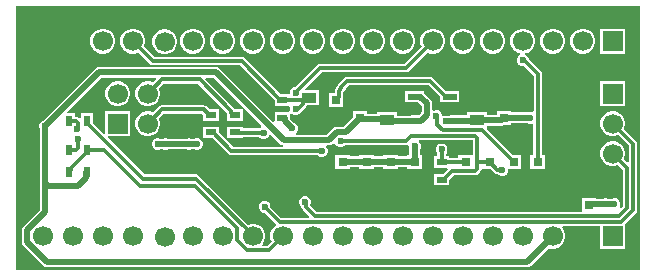
<source format=gbr>
%TF.GenerationSoftware,Altium Limited,Altium Designer,21.4.1 (30)*%
G04 Layer_Physical_Order=2*
G04 Layer_Color=16711680*
%FSLAX45Y45*%
%MOMM*%
%TF.SameCoordinates,7FD8979F-C22B-4491-80EA-6B84785AAA14*%
%TF.FilePolarity,Positive*%
%TF.FileFunction,Copper,L2,Bot,Signal*%
%TF.Part,Single*%
G01*
G75*
%TA.AperFunction,SMDPad,CuDef*%
%ADD15R,0.90000X0.60000*%
%ADD17R,0.80000X0.80000*%
%TA.AperFunction,Conductor*%
%ADD20C,0.30000*%
%ADD21C,0.50000*%
%TA.AperFunction,ComponentPad*%
%ADD22C,1.70000*%
%ADD23R,1.70000X1.70000*%
%ADD24R,1.70000X1.70000*%
%TA.AperFunction,ViaPad*%
%ADD25C,0.60000*%
%TA.AperFunction,SMDPad,CuDef*%
%ADD26R,0.80000X0.80000*%
%ADD27R,1.20000X0.56000*%
%ADD28R,0.60000X0.90000*%
%ADD29R,1.30000X0.90000*%
G36*
X5306736Y27261D02*
X23536D01*
Y2262461D01*
X5306736D01*
Y27261D01*
D02*
G37*
%LPC*%
G36*
X5185000Y2073500D02*
X4975000D01*
Y1863500D01*
X5185000D01*
Y2073500D01*
D02*
G37*
G36*
X4839823D02*
X4812177D01*
X4785472Y2066344D01*
X4761529Y2052521D01*
X4741979Y2032971D01*
X4728156Y2009028D01*
X4721000Y1982323D01*
Y1954677D01*
X4728156Y1927972D01*
X4741979Y1904029D01*
X4761529Y1884479D01*
X4785472Y1870656D01*
X4812177Y1863500D01*
X4839823D01*
X4866528Y1870656D01*
X4890471Y1884479D01*
X4910021Y1904029D01*
X4923844Y1927972D01*
X4931000Y1954677D01*
Y1982323D01*
X4923844Y2009028D01*
X4910021Y2032971D01*
X4890471Y2052521D01*
X4866528Y2066344D01*
X4839823Y2073500D01*
D02*
G37*
G36*
X4585823D02*
X4558177D01*
X4531472Y2066344D01*
X4507529Y2052521D01*
X4487979Y2032971D01*
X4474156Y2009028D01*
X4467000Y1982323D01*
Y1954677D01*
X4474156Y1927972D01*
X4487979Y1904029D01*
X4507529Y1884479D01*
X4531472Y1870656D01*
X4558177Y1863500D01*
X4585823D01*
X4612528Y1870656D01*
X4636471Y1884479D01*
X4656021Y1904029D01*
X4669844Y1927972D01*
X4677000Y1954677D01*
Y1982323D01*
X4669844Y2009028D01*
X4656021Y2032971D01*
X4636471Y2052521D01*
X4612528Y2066344D01*
X4585823Y2073500D01*
D02*
G37*
G36*
X4077823D02*
X4050177D01*
X4023472Y2066344D01*
X3999529Y2052521D01*
X3979979Y2032971D01*
X3966156Y2009028D01*
X3959000Y1982323D01*
Y1954677D01*
X3966156Y1927972D01*
X3979979Y1904029D01*
X3999529Y1884479D01*
X4023472Y1870656D01*
X4050177Y1863500D01*
X4077823D01*
X4104528Y1870656D01*
X4128471Y1884479D01*
X4148021Y1904029D01*
X4161844Y1927972D01*
X4169000Y1954677D01*
Y1982323D01*
X4161844Y2009028D01*
X4148021Y2032971D01*
X4128471Y2052521D01*
X4104528Y2066344D01*
X4077823Y2073500D01*
D02*
G37*
G36*
X3823823D02*
X3796177D01*
X3769472Y2066344D01*
X3745529Y2052521D01*
X3725979Y2032971D01*
X3712156Y2009028D01*
X3705000Y1982323D01*
Y1954677D01*
X3712156Y1927972D01*
X3725979Y1904029D01*
X3745529Y1884479D01*
X3769472Y1870656D01*
X3796177Y1863500D01*
X3823823D01*
X3850528Y1870656D01*
X3874471Y1884479D01*
X3894021Y1904029D01*
X3907844Y1927972D01*
X3915000Y1954677D01*
Y1982323D01*
X3907844Y2009028D01*
X3894021Y2032971D01*
X3874471Y2052521D01*
X3850528Y2066344D01*
X3823823Y2073500D01*
D02*
G37*
G36*
X4331823D02*
X4304177D01*
X4277472Y2066344D01*
X4253529Y2052521D01*
X4233979Y2032971D01*
X4220156Y2009028D01*
X4213000Y1982323D01*
Y1954677D01*
X4220156Y1927972D01*
X4233979Y1904029D01*
X4253529Y1884479D01*
X4277472Y1870656D01*
X4296618Y1865526D01*
X4297495Y1852142D01*
X4289677Y1848904D01*
X4275612Y1834839D01*
X4268000Y1816462D01*
Y1796570D01*
X4275612Y1778193D01*
X4289677Y1764128D01*
X4308054Y1756516D01*
X4327117D01*
X4410014Y1673619D01*
Y1375184D01*
X4397314Y1366698D01*
X4390646Y1369460D01*
X4370754D01*
X4360811Y1365341D01*
X4220520D01*
Y1379460D01*
X4100520D01*
Y1345341D01*
X4016920D01*
Y1364460D01*
X3846920D01*
Y1339341D01*
X3703920D01*
X3699488Y1338460D01*
X3636480D01*
Y1343446D01*
X3628868Y1361823D01*
X3614803Y1375888D01*
X3596426Y1383500D01*
X3576534D01*
X3564502Y1378516D01*
X3551802Y1386126D01*
Y1441099D01*
X3548309Y1458658D01*
X3538363Y1473543D01*
X3484003Y1527903D01*
X3480920Y1529963D01*
Y1546460D01*
X3320920D01*
Y1450460D01*
X3399488D01*
X3403920Y1449579D01*
X3432555D01*
X3460039Y1422095D01*
Y1363325D01*
X3436055Y1339341D01*
X3371920D01*
X3367488Y1338460D01*
X3320920D01*
Y1336341D01*
X3254920D01*
Y1364460D01*
X3084920D01*
Y1355341D01*
X3001320D01*
Y1379460D01*
X2881320D01*
Y1324346D01*
X2799069Y1242096D01*
X2743279D01*
X2725721Y1238603D01*
X2710836Y1228657D01*
X2659220Y1177041D01*
X2400902D01*
X2395992Y1189741D01*
X2406585Y1200334D01*
X2414197Y1218712D01*
Y1238603D01*
X2406585Y1256980D01*
X2392519Y1271045D01*
X2382577Y1275163D01*
X2346802Y1310939D01*
Y1314460D01*
X2345920Y1318893D01*
Y1354928D01*
X2358620Y1360189D01*
X2366197Y1352612D01*
X2384574Y1345000D01*
X2404466D01*
X2422843Y1352612D01*
X2436908Y1366677D01*
X2438473Y1370454D01*
X2446033Y1375506D01*
X2484753Y1414226D01*
X2491591Y1424460D01*
X2594520D01*
Y1554460D01*
X2482083D01*
X2477223Y1566193D01*
X2617354Y1706324D01*
X3329510D01*
X3343166Y1709041D01*
X3354744Y1716776D01*
X3511130Y1873163D01*
X3515472Y1870656D01*
X3542177Y1863500D01*
X3569823D01*
X3596528Y1870656D01*
X3620471Y1884479D01*
X3640021Y1904029D01*
X3653844Y1927972D01*
X3661000Y1954677D01*
Y1982323D01*
X3653844Y2009028D01*
X3640021Y2032971D01*
X3620471Y2052521D01*
X3596528Y2066344D01*
X3569823Y2073500D01*
X3542177D01*
X3515472Y2066344D01*
X3491529Y2052521D01*
X3471979Y2032971D01*
X3458156Y2009028D01*
X3451000Y1982323D01*
Y1954677D01*
X3458156Y1927972D01*
X3460663Y1923630D01*
X3314728Y1777696D01*
X2602572D01*
X2588916Y1774979D01*
X2577339Y1767244D01*
X2391155Y1581060D01*
X2384574D01*
X2366197Y1573448D01*
X2352132Y1559383D01*
X2344520Y1541006D01*
Y1521115D01*
X2343414Y1519460D01*
X2266387D01*
X1962293Y1823554D01*
X1950716Y1831289D01*
X1937060Y1834006D01*
X1200962D01*
X1111337Y1923630D01*
X1113844Y1927972D01*
X1121000Y1954677D01*
Y1982323D01*
X1113844Y2009028D01*
X1100021Y2032971D01*
X1080471Y2052521D01*
X1056528Y2066344D01*
X1029823Y2073500D01*
X1002177D01*
X975472Y2066344D01*
X951529Y2052521D01*
X931979Y2032971D01*
X918156Y2009028D01*
X911000Y1982323D01*
Y1954677D01*
X918156Y1927972D01*
X931979Y1904029D01*
X951529Y1884479D01*
X975472Y1870656D01*
X1002177Y1863500D01*
X1029823D01*
X1056528Y1870656D01*
X1060870Y1873163D01*
X1160946Y1773086D01*
X1172524Y1765351D01*
X1186180Y1762634D01*
X1922278D01*
X2215920Y1468992D01*
Y1419460D01*
X2336786D01*
X2345272Y1406760D01*
X2344520Y1404945D01*
Y1385054D01*
X2345719Y1382160D01*
X2337233Y1369460D01*
X2215920D01*
Y1288865D01*
X2204187Y1284005D01*
X1751749Y1736443D01*
X1736864Y1746389D01*
X1719306Y1749881D01*
X728661D01*
X711103Y1746389D01*
X696218Y1736443D01*
X253620Y1293845D01*
X243677Y1289727D01*
X229612Y1275661D01*
X222000Y1257284D01*
Y1237393D01*
X226118Y1227450D01*
Y773510D01*
Y538351D01*
X91558Y403791D01*
X81612Y388906D01*
X78119Y371347D01*
Y263653D01*
X81612Y246094D01*
X91558Y231209D01*
X256150Y66617D01*
X271035Y56671D01*
X288594Y53178D01*
X4353560D01*
X4371118Y56671D01*
X4386003Y66617D01*
X4537442Y218056D01*
X4558177Y212500D01*
X4585823D01*
X4612528Y219656D01*
X4636471Y233479D01*
X4656021Y253029D01*
X4669844Y276972D01*
X4677000Y303677D01*
Y331323D01*
X4669844Y358028D01*
X4656021Y381971D01*
X4648698Y389294D01*
X4653958Y401994D01*
X4975000D01*
Y212500D01*
X5185000D01*
Y420702D01*
X5275234Y510936D01*
X5282969Y522513D01*
X5285686Y536170D01*
Y1100000D01*
X5282969Y1113656D01*
X5275234Y1125234D01*
X5175337Y1225130D01*
X5177844Y1229472D01*
X5185000Y1256177D01*
Y1283823D01*
X5177844Y1310528D01*
X5164021Y1334471D01*
X5144471Y1354021D01*
X5120528Y1367844D01*
X5093823Y1375000D01*
X5066177D01*
X5039472Y1367844D01*
X5015529Y1354021D01*
X4995979Y1334471D01*
X4982156Y1310528D01*
X4975000Y1283823D01*
Y1256177D01*
X4982156Y1229472D01*
X4995979Y1205529D01*
X5015529Y1185979D01*
X5039472Y1172156D01*
X5066177Y1165000D01*
X5093823D01*
X5120528Y1172156D01*
X5124870Y1174663D01*
X5214314Y1085219D01*
Y948747D01*
X5202581Y943886D01*
X5175337Y971130D01*
X5177844Y975472D01*
X5185000Y1002177D01*
Y1029823D01*
X5177844Y1056528D01*
X5164021Y1080471D01*
X5144471Y1100021D01*
X5120528Y1113844D01*
X5093823Y1121000D01*
X5066177D01*
X5039472Y1113844D01*
X5015529Y1100021D01*
X4995979Y1080471D01*
X4982156Y1056528D01*
X4975000Y1029823D01*
Y1002177D01*
X4982156Y975472D01*
X4995979Y951529D01*
X5015529Y931979D01*
X5039472Y918156D01*
X5066177Y911000D01*
X5093823D01*
X5120528Y918156D01*
X5124870Y920663D01*
X5164314Y881218D01*
Y571662D01*
X5149172Y556519D01*
X5138405Y563713D01*
X5143823Y576794D01*
Y596686D01*
X5136211Y615063D01*
X5122146Y629128D01*
X5103769Y636740D01*
X5083878D01*
X5070869Y631352D01*
X5038483D01*
X5025474Y636740D01*
X5005583D01*
X4992574Y631352D01*
X4935600D01*
Y644200D01*
X4815600D01*
X4815600Y524200D01*
X4803246Y523366D01*
X2572355D01*
X2516534Y579187D01*
X2523960Y597114D01*
Y617006D01*
X2516348Y635383D01*
X2502283Y649448D01*
X2483906Y657060D01*
X2464014D01*
X2445637Y649448D01*
X2431572Y635383D01*
X2423960Y617006D01*
Y597114D01*
X2431572Y578737D01*
X2443424Y566885D01*
Y566144D01*
X2446140Y552488D01*
X2453876Y540911D01*
X2509687Y485099D01*
X2504827Y473366D01*
X2274042D01*
X2181006Y566403D01*
Y575881D01*
X2173394Y594258D01*
X2159328Y608323D01*
X2140951Y615935D01*
X2121060D01*
X2102683Y608323D01*
X2088618Y594258D01*
X2081006Y575881D01*
Y555990D01*
X2088618Y537613D01*
X2102683Y523547D01*
X2121060Y515935D01*
X2130538D01*
X2227082Y419392D01*
X2224993Y403520D01*
X2221529Y401521D01*
X2201979Y381971D01*
X2188156Y358028D01*
X2181000Y331323D01*
Y303677D01*
X2188156Y276972D01*
X2190663Y272630D01*
X2151218Y233186D01*
X2114138D01*
X2108878Y245886D01*
X2116021Y253029D01*
X2129844Y276972D01*
X2137000Y303677D01*
Y331323D01*
X2129844Y358028D01*
X2116021Y381971D01*
X2096471Y401521D01*
X2072528Y415344D01*
X2045823Y422500D01*
X2018177D01*
X1991757Y415421D01*
X1578370Y828807D01*
X1566793Y836543D01*
X1553137Y839259D01*
X1115247D01*
X801240Y1153267D01*
X806100Y1165000D01*
X994000D01*
Y1375000D01*
X784000D01*
Y1187100D01*
X772267Y1182240D01*
X676180Y1278327D01*
Y1357860D01*
X576180D01*
Y1317347D01*
X564447Y1312487D01*
X558840Y1318094D01*
X547263Y1325829D01*
X533606Y1328546D01*
X526180D01*
Y1357860D01*
X464001D01*
X459141Y1369593D01*
X747666Y1658118D01*
X1210058D01*
X1214918Y1646385D01*
X1187870Y1619337D01*
X1183528Y1621844D01*
X1156823Y1629000D01*
X1129177D01*
X1102472Y1621844D01*
X1078529Y1608021D01*
X1058979Y1588471D01*
X1045156Y1564528D01*
X1038000Y1537823D01*
Y1510177D01*
X1045156Y1483472D01*
X1058979Y1459529D01*
X1078529Y1439979D01*
X1102472Y1426156D01*
X1129177Y1419000D01*
X1156823D01*
X1183528Y1426156D01*
X1207471Y1439979D01*
X1227021Y1459529D01*
X1240844Y1483472D01*
X1248000Y1510177D01*
Y1537823D01*
X1240844Y1564528D01*
X1238337Y1568870D01*
X1277782Y1608314D01*
X1565818D01*
X1813914Y1360219D01*
Y1360000D01*
X1814600Y1356551D01*
Y1295000D01*
X1944600D01*
Y1395000D01*
X1878331D01*
X1874833Y1400234D01*
X1628682Y1646385D01*
X1633542Y1658118D01*
X1700301D01*
X2104570Y1253850D01*
X2101590Y1238869D01*
X2095117Y1236188D01*
X2089015Y1230086D01*
X1944600D01*
Y1245000D01*
X1814600D01*
Y1145000D01*
X1944600D01*
Y1158714D01*
X2087815D01*
X2095117Y1151412D01*
X2113494Y1143800D01*
X2133386D01*
X2151763Y1151412D01*
X2165828Y1165477D01*
X2168509Y1171950D01*
X2183490Y1174930D01*
X2259703Y1098717D01*
X2274588Y1088771D01*
X2287671Y1086168D01*
X2286420Y1073468D01*
X1863399D01*
X1741400Y1195468D01*
Y1245000D01*
X1611400D01*
Y1145000D01*
X1690933D01*
X1823384Y1012549D01*
X1834962Y1004813D01*
X1848618Y1002097D01*
X2580948D01*
X2587650Y995395D01*
X2606028Y987783D01*
X2625919D01*
X2644296Y995395D01*
X2658361Y1009460D01*
X2665973Y1027837D01*
Y1047728D01*
X2658361Y1066105D01*
X2651888Y1072578D01*
X2657149Y1085278D01*
X2678225D01*
X2695783Y1088771D01*
X2710668Y1098717D01*
X2714295Y1102344D01*
X2729276Y1099364D01*
X2731957Y1092891D01*
X2746022Y1078826D01*
X2764399Y1071214D01*
X2784291D01*
X2802668Y1078826D01*
X2809370Y1085528D01*
X3327211D01*
X3340867Y1088245D01*
X3341775Y1088852D01*
X3353600Y1081479D01*
Y1066848D01*
X3356448Y1059971D01*
Y1006220D01*
X3341060D01*
Y992102D01*
X3257860D01*
Y1006220D01*
X3137860D01*
Y992102D01*
X3054660D01*
Y1006220D01*
X2934660D01*
Y992102D01*
X2851460D01*
Y1006220D01*
X2731460D01*
Y886220D01*
X2851460D01*
Y900339D01*
X2934660D01*
Y886220D01*
X3054660D01*
Y900339D01*
X3137860D01*
Y886220D01*
X3257860D01*
Y900339D01*
X3341060D01*
Y886220D01*
X3461060D01*
Y1006220D01*
X3448212D01*
Y1053839D01*
X3453600Y1066848D01*
Y1086739D01*
X3445988Y1105116D01*
X3435888Y1115216D01*
X3441149Y1127916D01*
X3896234D01*
Y1017522D01*
X3892860Y1006220D01*
X3772860D01*
Y981906D01*
X3694660D01*
Y996220D01*
X3665346D01*
Y1016535D01*
X3672048Y1023237D01*
X3679660Y1041614D01*
Y1061506D01*
X3672048Y1079883D01*
X3657983Y1093948D01*
X3639606Y1101560D01*
X3619714D01*
X3601337Y1093948D01*
X3587272Y1079883D01*
X3579660Y1061506D01*
Y1041614D01*
X3587272Y1023237D01*
X3593974Y1016535D01*
Y996220D01*
X3564660D01*
Y896220D01*
X3677599D01*
X3682460Y884487D01*
X3644193Y846220D01*
X3564660D01*
Y746220D01*
X3694660D01*
Y795753D01*
X3734442Y835534D01*
X3914346D01*
X3928003Y838251D01*
X3939580Y845986D01*
X3957154Y863560D01*
X3964889Y875137D01*
X3965882Y880131D01*
X3976060Y886220D01*
X4045593D01*
X4077546Y854267D01*
X4089124Y846531D01*
X4102780Y843814D01*
X4104515D01*
X4116957Y831372D01*
X4135334Y823760D01*
X4155226D01*
X4173603Y831372D01*
X4187668Y845437D01*
X4195280Y863814D01*
Y883705D01*
X4196960Y886220D01*
X4299260D01*
Y1006220D01*
X4229727D01*
X4012400Y1223547D01*
X4016920Y1234460D01*
X4016920D01*
Y1253578D01*
X4140520D01*
X4158078Y1257071D01*
X4161654Y1259460D01*
X4220520D01*
Y1273578D01*
X4360811D01*
X4370754Y1269460D01*
X4390646D01*
X4396214Y1271767D01*
X4406774Y1264711D01*
Y1006220D01*
X4382460D01*
Y886220D01*
X4502460D01*
Y1006220D01*
X4478146D01*
Y1274357D01*
X4478669Y1275140D01*
X4481385Y1288796D01*
Y1688400D01*
X4478669Y1702057D01*
X4470933Y1713634D01*
X4367925Y1816642D01*
X4360388Y1834839D01*
X4346323Y1848904D01*
X4338505Y1852142D01*
X4339382Y1865526D01*
X4358528Y1870656D01*
X4382471Y1884479D01*
X4402021Y1904029D01*
X4415844Y1927972D01*
X4423000Y1954677D01*
Y1982323D01*
X4415844Y2009028D01*
X4402021Y2032971D01*
X4382471Y2052521D01*
X4358528Y2066344D01*
X4331823Y2073500D01*
D02*
G37*
G36*
X3315823D02*
X3288177D01*
X3261472Y2066344D01*
X3237529Y2052521D01*
X3217979Y2032971D01*
X3204156Y2009028D01*
X3197000Y1982323D01*
Y1954677D01*
X3204156Y1927972D01*
X3217979Y1904029D01*
X3237529Y1884479D01*
X3261472Y1870656D01*
X3288177Y1863500D01*
X3315823D01*
X3342528Y1870656D01*
X3366471Y1884479D01*
X3386021Y1904029D01*
X3399844Y1927972D01*
X3407000Y1954677D01*
Y1982323D01*
X3399844Y2009028D01*
X3386021Y2032971D01*
X3366471Y2052521D01*
X3342528Y2066344D01*
X3315823Y2073500D01*
D02*
G37*
G36*
X3061823D02*
X3034177D01*
X3007472Y2066344D01*
X2983529Y2052521D01*
X2963979Y2032971D01*
X2950156Y2009028D01*
X2943000Y1982323D01*
Y1954677D01*
X2950156Y1927972D01*
X2963979Y1904029D01*
X2983529Y1884479D01*
X3007472Y1870656D01*
X3034177Y1863500D01*
X3061823D01*
X3088528Y1870656D01*
X3112471Y1884479D01*
X3132021Y1904029D01*
X3145844Y1927972D01*
X3153000Y1954677D01*
Y1982323D01*
X3145844Y2009028D01*
X3132021Y2032971D01*
X3112471Y2052521D01*
X3088528Y2066344D01*
X3061823Y2073500D01*
D02*
G37*
G36*
X2807823D02*
X2780177D01*
X2753472Y2066344D01*
X2729529Y2052521D01*
X2709979Y2032971D01*
X2696156Y2009028D01*
X2689000Y1982323D01*
Y1954677D01*
X2696156Y1927972D01*
X2709979Y1904029D01*
X2729529Y1884479D01*
X2753472Y1870656D01*
X2780177Y1863500D01*
X2807823D01*
X2834528Y1870656D01*
X2858471Y1884479D01*
X2878021Y1904029D01*
X2891844Y1927972D01*
X2899000Y1954677D01*
Y1982323D01*
X2891844Y2009028D01*
X2878021Y2032971D01*
X2858471Y2052521D01*
X2834528Y2066344D01*
X2807823Y2073500D01*
D02*
G37*
G36*
X2553823D02*
X2526177D01*
X2499472Y2066344D01*
X2475529Y2052521D01*
X2455979Y2032971D01*
X2442156Y2009028D01*
X2435000Y1982323D01*
Y1954677D01*
X2442156Y1927972D01*
X2455979Y1904029D01*
X2475529Y1884479D01*
X2499472Y1870656D01*
X2526177Y1863500D01*
X2553823D01*
X2580528Y1870656D01*
X2604471Y1884479D01*
X2624021Y1904029D01*
X2637844Y1927972D01*
X2645000Y1954677D01*
Y1982323D01*
X2637844Y2009028D01*
X2624021Y2032971D01*
X2604471Y2052521D01*
X2580528Y2066344D01*
X2553823Y2073500D01*
D02*
G37*
G36*
X2299823D02*
X2272177D01*
X2245472Y2066344D01*
X2221529Y2052521D01*
X2201979Y2032971D01*
X2188156Y2009028D01*
X2181000Y1982323D01*
Y1954677D01*
X2188156Y1927972D01*
X2201979Y1904029D01*
X2221529Y1884479D01*
X2245472Y1870656D01*
X2272177Y1863500D01*
X2299823D01*
X2326528Y1870656D01*
X2350471Y1884479D01*
X2370021Y1904029D01*
X2383844Y1927972D01*
X2391000Y1954677D01*
Y1982323D01*
X2383844Y2009028D01*
X2370021Y2032971D01*
X2350471Y2052521D01*
X2326528Y2066344D01*
X2299823Y2073500D01*
D02*
G37*
G36*
X2045823D02*
X2018177D01*
X1991472Y2066344D01*
X1967529Y2052521D01*
X1947979Y2032971D01*
X1934156Y2009028D01*
X1927000Y1982323D01*
Y1954677D01*
X1934156Y1927972D01*
X1947979Y1904029D01*
X1967529Y1884479D01*
X1991472Y1870656D01*
X2018177Y1863500D01*
X2045823D01*
X2072528Y1870656D01*
X2096471Y1884479D01*
X2116021Y1904029D01*
X2129844Y1927972D01*
X2137000Y1954677D01*
Y1982323D01*
X2129844Y2009028D01*
X2116021Y2032971D01*
X2096471Y2052521D01*
X2072528Y2066344D01*
X2045823Y2073500D01*
D02*
G37*
G36*
X1791823D02*
X1764177D01*
X1737472Y2066344D01*
X1713529Y2052521D01*
X1693979Y2032971D01*
X1680156Y2009028D01*
X1673000Y1982323D01*
Y1954677D01*
X1680156Y1927972D01*
X1693979Y1904029D01*
X1713529Y1884479D01*
X1737472Y1870656D01*
X1764177Y1863500D01*
X1791823D01*
X1818528Y1870656D01*
X1842471Y1884479D01*
X1862021Y1904029D01*
X1875844Y1927972D01*
X1883000Y1954677D01*
Y1982323D01*
X1875844Y2009028D01*
X1862021Y2032971D01*
X1842471Y2052521D01*
X1818528Y2066344D01*
X1791823Y2073500D01*
D02*
G37*
G36*
X1537823D02*
X1510177D01*
X1483472Y2066344D01*
X1459529Y2052521D01*
X1439979Y2032971D01*
X1426156Y2009028D01*
X1419000Y1982323D01*
Y1954677D01*
X1426156Y1927972D01*
X1439979Y1904029D01*
X1459529Y1884479D01*
X1483472Y1870656D01*
X1510177Y1863500D01*
X1537823D01*
X1564528Y1870656D01*
X1588471Y1884479D01*
X1608021Y1904029D01*
X1621844Y1927972D01*
X1629000Y1954677D01*
Y1982323D01*
X1621844Y2009028D01*
X1608021Y2032971D01*
X1588471Y2052521D01*
X1564528Y2066344D01*
X1537823Y2073500D01*
D02*
G37*
G36*
X775823D02*
X748177D01*
X721472Y2066344D01*
X697529Y2052521D01*
X677979Y2032971D01*
X664156Y2009028D01*
X657000Y1982323D01*
Y1954677D01*
X664156Y1927972D01*
X677979Y1904029D01*
X697529Y1884479D01*
X721472Y1870656D01*
X748177Y1863500D01*
X775823D01*
X802528Y1870656D01*
X826471Y1884479D01*
X846021Y1904029D01*
X859844Y1927972D01*
X867000Y1954677D01*
Y1982323D01*
X859844Y2009028D01*
X846021Y2032971D01*
X826471Y2052521D01*
X802528Y2066344D01*
X775823Y2073500D01*
D02*
G37*
G36*
X1299063Y2068420D02*
X1271417D01*
X1244712Y2061264D01*
X1220769Y2047441D01*
X1201219Y2027891D01*
X1187396Y2003948D01*
X1180240Y1977243D01*
Y1949597D01*
X1187396Y1922892D01*
X1201219Y1898949D01*
X1220769Y1879399D01*
X1244712Y1865576D01*
X1271417Y1858420D01*
X1299063D01*
X1325768Y1865576D01*
X1349711Y1879399D01*
X1369261Y1898949D01*
X1383084Y1922892D01*
X1390240Y1949597D01*
Y1977243D01*
X1383084Y2003948D01*
X1369261Y2027891D01*
X1349711Y2047441D01*
X1325768Y2061264D01*
X1299063Y2068420D01*
D02*
G37*
G36*
X3535964Y1667101D02*
X2831548D01*
X2817891Y1664385D01*
X2806314Y1656649D01*
X2757166Y1607501D01*
X2749431Y1595924D01*
X2747204Y1584732D01*
X2737887Y1575414D01*
X2730151Y1563837D01*
X2727434Y1550180D01*
Y1529460D01*
X2678120D01*
Y1409460D01*
X2798120D01*
Y1491011D01*
X2798806Y1494460D01*
Y1535399D01*
X2807633Y1544226D01*
X2815369Y1555804D01*
X2817595Y1566996D01*
X2846329Y1595730D01*
X3521183D01*
X3620920Y1495992D01*
Y1450460D01*
X3780920D01*
Y1546460D01*
X3671387D01*
X3561198Y1656649D01*
X3549621Y1664385D01*
X3535964Y1667101D01*
D02*
G37*
G36*
X5185000Y1629000D02*
X4975000D01*
Y1419000D01*
X5185000D01*
Y1629000D01*
D02*
G37*
G36*
X902823D02*
X875177D01*
X848472Y1621844D01*
X824529Y1608021D01*
X804979Y1588471D01*
X791156Y1564528D01*
X784000Y1537823D01*
Y1510177D01*
X791156Y1483472D01*
X804979Y1459529D01*
X824529Y1439979D01*
X848472Y1426156D01*
X875177Y1419000D01*
X902823D01*
X929528Y1426156D01*
X953471Y1439979D01*
X973021Y1459529D01*
X986844Y1483472D01*
X994000Y1510177D01*
Y1537823D01*
X986844Y1564528D01*
X973021Y1588471D01*
X953471Y1608021D01*
X929528Y1621844D01*
X902823Y1629000D01*
D02*
G37*
G36*
X1616400Y1425686D02*
X1263000D01*
X1249344Y1422969D01*
X1237766Y1415234D01*
X1187870Y1365337D01*
X1183528Y1367844D01*
X1156823Y1375000D01*
X1129177D01*
X1102472Y1367844D01*
X1078529Y1354021D01*
X1058979Y1334471D01*
X1045156Y1310528D01*
X1038000Y1283823D01*
Y1256177D01*
X1045156Y1229472D01*
X1058979Y1205529D01*
X1078529Y1185979D01*
X1102472Y1172156D01*
X1129177Y1165000D01*
X1156823D01*
X1183528Y1172156D01*
X1207471Y1185979D01*
X1227021Y1205529D01*
X1240844Y1229472D01*
X1248000Y1256177D01*
Y1283823D01*
X1240844Y1310528D01*
X1238337Y1314870D01*
X1277782Y1354314D01*
X1601618D01*
X1611400Y1344532D01*
Y1295000D01*
X1741400D01*
Y1395000D01*
X1661867D01*
X1641633Y1415234D01*
X1630056Y1422969D01*
X1616400Y1425686D01*
D02*
G37*
G36*
X1566966Y1147280D02*
X1547074D01*
X1537132Y1143162D01*
X1511106D01*
X1501164Y1147280D01*
X1481272D01*
X1471330Y1143162D01*
X1311749D01*
X1301806Y1147280D01*
X1281915D01*
X1271972Y1143162D01*
X1246909D01*
X1236966Y1147280D01*
X1217075D01*
X1198698Y1139668D01*
X1184633Y1125603D01*
X1177021Y1107226D01*
Y1087334D01*
X1184633Y1068957D01*
X1198698Y1054892D01*
X1217075Y1047280D01*
X1236966D01*
X1246909Y1051398D01*
X1271972D01*
X1281915Y1047280D01*
X1301806D01*
X1311749Y1051398D01*
X1471330D01*
X1481272Y1047280D01*
X1501164D01*
X1511106Y1051398D01*
X1537132D01*
X1547074Y1047280D01*
X1566966D01*
X1585343Y1054892D01*
X1599408Y1068957D01*
X1607020Y1087334D01*
Y1107226D01*
X1599408Y1125603D01*
X1585343Y1139668D01*
X1566966Y1147280D01*
D02*
G37*
%LPD*%
D15*
X1676400Y1345000D02*
D03*
X1879600Y1345000D02*
D03*
X2280920Y1319460D02*
D03*
X1676400Y1195000D02*
D03*
X1879600Y1195000D02*
D03*
X2280920Y1469460D02*
D03*
X3629660Y796220D02*
D03*
Y946220D02*
D03*
D17*
X2738120Y1469460D02*
D03*
Y1319460D02*
D03*
X2941320Y1319460D02*
D03*
X4442460Y796220D02*
D03*
X4239260D02*
D03*
X4036060D02*
D03*
X3832860D02*
D03*
X3401060D02*
D03*
X3197860D02*
D03*
X2994660D02*
D03*
X2791460D02*
D03*
X4160520Y1469460D02*
D03*
X2941320D02*
D03*
X3401060Y946220D02*
D03*
X3197860D02*
D03*
X2994660D02*
D03*
X2791460D02*
D03*
X4160520Y1319460D02*
D03*
X3832860Y946220D02*
D03*
X4036060D02*
D03*
X4239260D02*
D03*
X4442460D02*
D03*
D20*
X2738120Y1469460D02*
X2763120Y1494460D01*
Y1550180D01*
X2782400Y1569460D02*
Y1582268D01*
X2763120Y1550180D02*
X2782400Y1569460D01*
Y1582268D02*
X2831548Y1631415D01*
X3535964D01*
X3668920Y1498460D01*
X3700920D01*
X1661400Y1345000D02*
X1676400D01*
X1616400Y1390000D02*
X1661400Y1345000D01*
X1143000Y1270000D02*
X1263000Y1390000D01*
X1616400D01*
X1143000Y1524000D02*
X1263000Y1644000D01*
X1864600Y1345000D02*
X1879600D01*
X1849600Y1360000D02*
X1864600Y1345000D01*
X1580600Y1644000D02*
X1849600Y1375000D01*
X1263000Y1644000D02*
X1580600D01*
X1849600Y1360000D02*
Y1375000D01*
X476180Y1292860D02*
X533606D01*
X551180Y1226820D02*
Y1275286D01*
X533606Y1292860D02*
X551180Y1275286D01*
X546100Y1221740D02*
X551180Y1226820D01*
X478720Y1046480D02*
X481260Y1043940D01*
X533400D01*
X553060Y1063600D01*
Y1139800D01*
X2372360Y632460D02*
X2391000Y613820D01*
Y607060D02*
Y613820D01*
X3329510Y1742010D02*
X3556000Y1968500D01*
X2602572Y1742010D02*
X3329510D01*
X2394520Y1533958D02*
X2602572Y1742010D01*
X2394520Y1531060D02*
Y1533958D01*
X2400260Y1400740D02*
X2420800D01*
X2394520Y1395000D02*
X2400260Y1400740D01*
X2420800D02*
X2459520Y1439460D01*
X2367596Y1466060D02*
X2459520D01*
Y1439460D02*
Y1459460D01*
X2466120Y1466060D01*
X2486120D01*
X2509520Y1489460D01*
X2774345Y1121214D02*
X3327211D01*
X3369599Y1163602D01*
X4445700Y1288796D02*
Y1688400D01*
X4442460Y1285556D02*
X4445700Y1288796D01*
X4327584Y1806516D02*
X4445700Y1688400D01*
X4442460Y946220D02*
Y1285556D01*
X1848618Y1037783D02*
X2615973D01*
X1691400Y1195000D02*
X1848618Y1037783D01*
X3586480Y1333500D02*
X3592220Y1327760D01*
Y1261662D02*
Y1327760D01*
Y1261662D02*
X3640281Y1213602D01*
X3369599Y1163602D02*
X3914346D01*
X3931920Y946220D02*
Y1146028D01*
X3914346Y1163602D02*
X3931920Y1146028D01*
X2557574Y487680D02*
X5130800D01*
X2479110Y566144D02*
Y601910D01*
Y566144D02*
X2557574Y487680D01*
X5151510Y437680D02*
X5250000Y536170D01*
X5200000Y556880D02*
Y896000D01*
X2473960Y607060D02*
X2479110Y601910D01*
X5130800Y487680D02*
X5200000Y556880D01*
X2259261Y437680D02*
X5151510D01*
X2131006Y565935D02*
X2259261Y437680D01*
X5250000Y536170D02*
Y1100000D01*
X1898000Y281794D02*
Y388000D01*
X1982294Y197500D02*
X2166000D01*
X2286000Y317500D01*
X1898000Y281794D02*
X1982294Y197500D01*
X491180Y893940D02*
X628720Y1031480D01*
X476180Y863600D02*
X491180Y878600D01*
Y893940D01*
X772160Y1046480D02*
X1074420Y744220D01*
X1541780D01*
X626180Y1277860D02*
X1100466Y803574D01*
X1553137D01*
X628720Y1046480D02*
X772160D01*
X1553137Y803574D02*
X2032000Y324710D01*
X1541780Y744220D02*
X1898000Y388000D01*
X2032000Y317500D02*
Y324710D01*
X3971878Y1213602D02*
X4239260Y946220D01*
X3640281Y1213602D02*
X3971878D01*
X4318000Y1806516D02*
X4327584D01*
X2265920Y1469460D02*
X2364197D01*
X2367596Y1466060D01*
X3629660Y946220D02*
Y1051560D01*
Y946220D02*
X3832860D01*
X3719660Y871220D02*
X3914346D01*
X3931920Y888794D01*
Y946220D01*
X3629660Y796220D02*
X3644660D01*
X3719660Y871220D01*
X4036060Y946220D02*
X4102780Y879500D01*
X4139540D01*
X4145280Y873760D01*
X3931920Y946220D02*
X4036060D01*
X5080000Y1270000D02*
X5250000Y1100000D01*
X5080000Y1016000D02*
X5200000Y896000D01*
X1676400Y1195000D02*
X1691400D01*
X1880200Y1194400D02*
X2122840D01*
X2123440Y1193800D01*
X1879600Y1195000D02*
X1880200Y1194400D01*
X1937060Y1798320D02*
X2265920Y1469460D01*
X1186180Y1798320D02*
X1937060D01*
X1016000Y1968500D02*
X1186180Y1798320D01*
X626180Y1277860D02*
Y1292860D01*
X628720Y1031480D02*
Y1046480D01*
D21*
X301289Y744220D02*
X553060D01*
X272000Y773510D02*
X301289Y744220D01*
X272000Y773510D02*
Y1247339D01*
X553060Y744220D02*
X621640Y812800D01*
Y859060D01*
X626180Y863600D01*
X124001Y263653D02*
Y371347D01*
X272000Y519346D02*
Y773510D01*
X124001Y371347D02*
X272000Y519346D01*
X728661Y1704000D02*
X1719306D01*
X272000Y1247339D02*
X728661Y1704000D01*
X3178920Y1290460D02*
X3368920D01*
X3159920Y1309460D02*
X3178920Y1290460D01*
X2941320Y1319460D02*
X2951320Y1309460D01*
X3159920D01*
X2818074Y1196214D02*
X2941320Y1319460D01*
X2743279Y1196214D02*
X2818074D01*
X2678225Y1131160D02*
X2743279Y1196214D01*
X2292146Y1131160D02*
X2678225D01*
X1719306Y1704000D02*
X2292146Y1131160D01*
X3368920Y1290460D02*
X3371920Y1293460D01*
X3455060D01*
X3400920Y1498460D02*
X3403920Y1495460D01*
X3451560D02*
X3505920Y1441099D01*
X3403920Y1495460D02*
X3451560D01*
X3455060Y1293460D02*
X3505920Y1344320D01*
Y1441099D01*
X288594Y99060D02*
X4353560D01*
X124001Y263653D02*
X288594Y99060D01*
X4353560D02*
X4572000Y317500D01*
X4378591Y1244460D02*
X4380700D01*
X2791460Y946220D02*
X2994660D01*
X3197860D02*
X3401060D01*
X3402330Y947490D01*
Y1075524D02*
X3403600Y1076794D01*
X3402330Y947490D02*
Y1075524D01*
X3925920Y1293460D02*
X3931920Y1299460D01*
X3700920Y1290460D02*
X3703920Y1293460D01*
X3925920D01*
X3931920Y1299460D02*
X4140520D01*
X4160520Y1319460D01*
X2265920D02*
X2280920D01*
X2300920Y1291934D02*
X2364197Y1228657D01*
X2300920Y1291934D02*
Y1314460D01*
X2295920Y1319460D02*
X2300920Y1314460D01*
X2280920Y1319460D02*
X2295920D01*
X2364197Y1228657D02*
Y1228657D01*
X4160520Y1319460D02*
X4380700D01*
X2994660Y946220D02*
X3197860D01*
X1227021Y1097280D02*
X1557020D01*
X5092553Y585470D02*
X5093823Y586740D01*
X4875600Y584200D02*
X4876870Y585470D01*
X5092553D01*
D22*
X889000Y1524000D02*
D03*
X1397000Y1270000D02*
D03*
Y1524000D02*
D03*
X4826000Y1968500D02*
D03*
X4572000D02*
D03*
X4318000D02*
D03*
X4064000D02*
D03*
X3810000D02*
D03*
X3556000D02*
D03*
X3302000D02*
D03*
X3048000D02*
D03*
X2794000D02*
D03*
X2540000D02*
D03*
X2286000D02*
D03*
X2032000D02*
D03*
X1778000D02*
D03*
X1524000D02*
D03*
X1285240Y1963420D02*
D03*
X1016000Y1968500D02*
D03*
X762000D02*
D03*
X508000D02*
D03*
X254000D02*
D03*
X4826000Y317500D02*
D03*
X4572000D02*
D03*
X4318000D02*
D03*
X4064000D02*
D03*
X3810000D02*
D03*
X3556000D02*
D03*
X3302000D02*
D03*
X3048000D02*
D03*
X2794000D02*
D03*
X2540000D02*
D03*
X2286000D02*
D03*
X2032000D02*
D03*
X1778000D02*
D03*
X1524000D02*
D03*
X1285240Y312420D02*
D03*
X1016000Y317500D02*
D03*
X762000D02*
D03*
X508000D02*
D03*
X254000D02*
D03*
X5080000Y1270000D02*
D03*
Y1016000D02*
D03*
Y762000D02*
D03*
X1143000Y1270000D02*
D03*
Y1524000D02*
D03*
D23*
X5080000Y1968500D02*
D03*
Y317500D02*
D03*
X889000Y1270000D02*
D03*
D24*
X5080000Y1524000D02*
D03*
D25*
X546100Y1221740D02*
D03*
X553060Y1139800D02*
D03*
X272000Y1247339D02*
D03*
X3042532Y1520939D02*
D03*
X2391000Y607060D02*
D03*
X4669844Y1572400D02*
D03*
X3084920Y1037783D02*
D03*
X3403600Y1076794D02*
D03*
X2364197Y1228657D02*
D03*
X4380700Y1319460D02*
D03*
X1557020Y1097280D02*
D03*
X1491218D02*
D03*
X1227021D02*
D03*
X1291860D02*
D03*
X5093823Y586740D02*
D03*
X5015529D02*
D03*
X2394520Y1531060D02*
D03*
Y1395000D02*
D03*
X2774345Y1121214D02*
D03*
X3629660Y1051560D02*
D03*
X4318000Y1806516D02*
D03*
X3586480Y1333500D02*
D03*
X4145280Y873760D02*
D03*
X2473960Y607060D02*
D03*
X2131006Y565935D02*
D03*
X2615973Y1037783D02*
D03*
X2123440Y1193800D02*
D03*
D26*
X4875600Y584200D02*
D03*
X4725600D02*
D03*
D27*
X3400920Y1394460D02*
D03*
Y1498460D02*
D03*
X3700920Y1290460D02*
D03*
Y1498460D02*
D03*
X3400920Y1290460D02*
D03*
D28*
X476180Y1292860D02*
D03*
X478720Y1046480D02*
D03*
X626180Y1292860D02*
D03*
Y863600D02*
D03*
X476180D02*
D03*
X628720Y1046480D02*
D03*
D29*
X3169920Y1489460D02*
D03*
Y1299460D02*
D03*
X3931920Y1489460D02*
D03*
Y1299460D02*
D03*
X2509520Y1489460D02*
D03*
Y1299460D02*
D03*
%TF.MD5,18000eba5a760c8f7e041263c7521d4f*%
M02*

</source>
